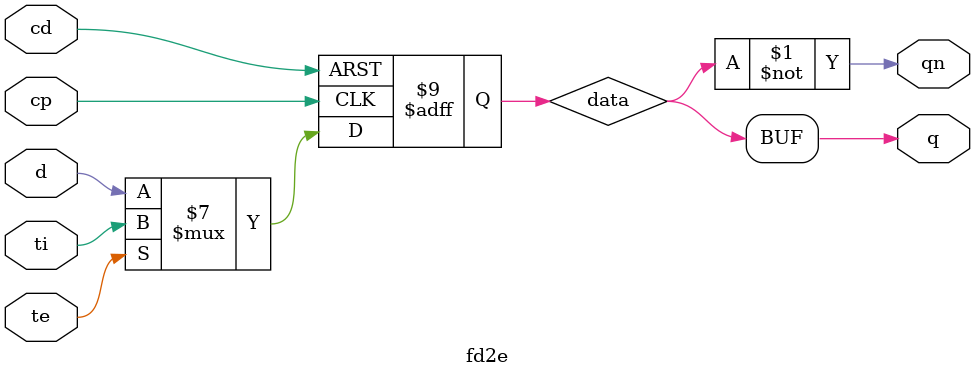
<source format=v>
`include "defs.v"

module fd2e
(
	output	q,
	output	qn,
	input		d,
	input		cp,
	input		cd,
	input		ti,
	input		te
);

reg	data = 1'b0;

assign q = data;
assign qn = ~data;

always @(posedge cp or negedge cd)
begin
	if (~cd) begin
		data <= 1'b0;
	end else begin
		if (~te) begin
			data <= d;
		end else begin
			data <= ti;
		end
	end
end

endmodule

</source>
